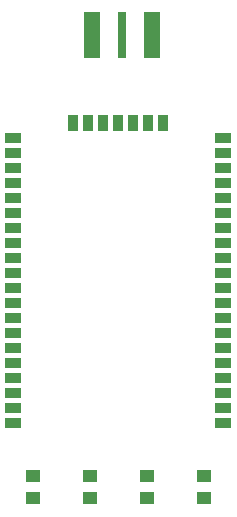
<source format=gbr>
G04 DipTrace 3.0.0.1*
G04 TopPaste.gbr*
%MOIN*%
G04 #@! TF.FileFunction,Paste,Top*
G04 #@! TF.Part,Single*
%ADD40R,0.03189X0.052126*%
%ADD42R,0.052126X0.03189*%
%ADD50R,0.051181X0.043307*%
%ADD54R,0.025591X0.151969*%
%ADD56R,0.051969X0.151969*%
%FSLAX26Y26*%
G04*
G70*
G90*
G75*
G01*
G04 TopPaste*
%LPD*%
D56*
X857769Y2177565D3*
D54*
X957769Y2177171D3*
D56*
X1057376D3*
D50*
X1231890Y634646D3*
Y709449D3*
X1042937Y634701D3*
Y709504D3*
X850788Y634646D3*
Y709449D3*
X661811Y634646D3*
Y709449D3*
D42*
X1297008Y885701D3*
Y935701D3*
Y985701D3*
Y1035701D3*
Y1085701D3*
Y1135701D3*
Y1185701D3*
Y1235701D3*
Y1285701D3*
Y1335701D3*
Y1385701D3*
Y1435701D3*
Y1485701D3*
Y1535701D3*
Y1585701D3*
Y1635701D3*
Y1685701D3*
Y1735701D3*
Y1785701D3*
Y1835701D3*
D40*
X1097008Y1885701D3*
X1047008D3*
X997008D3*
X947008D3*
X897008D3*
X847008D3*
X797008D3*
D42*
X597008Y1835701D3*
Y1785701D3*
Y1735701D3*
Y1685701D3*
Y1635701D3*
Y1585701D3*
Y1535701D3*
Y1485701D3*
Y1435701D3*
Y1385701D3*
Y1335701D3*
Y1285701D3*
Y1235701D3*
Y1185701D3*
Y1135701D3*
Y1085701D3*
Y1035701D3*
Y985701D3*
Y935701D3*
Y885701D3*
M02*

</source>
